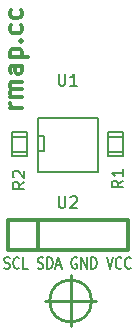
<source format=gbr>
G04 #@! TF.FileFunction,Legend,Top*
%FSLAX46Y46*%
G04 Gerber Fmt 4.6, Leading zero omitted, Abs format (unit mm)*
G04 Created by KiCad (PCBNEW 0.201601191447+6495~42~ubuntu14.04.1-product) date Wed 20 Jan 2016 18:36:10 CET*
%MOMM*%
G01*
G04 APERTURE LIST*
%ADD10C,0.200000*%
%ADD11C,0.300000*%
%ADD12C,0.150000*%
%ADD13C,0.304800*%
%ADD14C,0.254000*%
%ADD15C,0.127000*%
G04 APERTURE END LIST*
D10*
X145777619Y-91717762D02*
X145891905Y-91765381D01*
X146082381Y-91765381D01*
X146158571Y-91717762D01*
X146196667Y-91670143D01*
X146234762Y-91574905D01*
X146234762Y-91479667D01*
X146196667Y-91384429D01*
X146158571Y-91336810D01*
X146082381Y-91289190D01*
X145930000Y-91241571D01*
X145853809Y-91193952D01*
X145815714Y-91146333D01*
X145777619Y-91051095D01*
X145777619Y-90955857D01*
X145815714Y-90860619D01*
X145853809Y-90813000D01*
X145930000Y-90765381D01*
X146120476Y-90765381D01*
X146234762Y-90813000D01*
X147034762Y-91670143D02*
X146996667Y-91717762D01*
X146882381Y-91765381D01*
X146806191Y-91765381D01*
X146691905Y-91717762D01*
X146615714Y-91622524D01*
X146577619Y-91527286D01*
X146539524Y-91336810D01*
X146539524Y-91193952D01*
X146577619Y-91003476D01*
X146615714Y-90908238D01*
X146691905Y-90813000D01*
X146806191Y-90765381D01*
X146882381Y-90765381D01*
X146996667Y-90813000D01*
X147034762Y-90860619D01*
X147758572Y-91765381D02*
X147377619Y-91765381D01*
X147377619Y-90765381D01*
X148596667Y-91717762D02*
X148710953Y-91765381D01*
X148901429Y-91765381D01*
X148977619Y-91717762D01*
X149015715Y-91670143D01*
X149053810Y-91574905D01*
X149053810Y-91479667D01*
X149015715Y-91384429D01*
X148977619Y-91336810D01*
X148901429Y-91289190D01*
X148749048Y-91241571D01*
X148672857Y-91193952D01*
X148634762Y-91146333D01*
X148596667Y-91051095D01*
X148596667Y-90955857D01*
X148634762Y-90860619D01*
X148672857Y-90813000D01*
X148749048Y-90765381D01*
X148939524Y-90765381D01*
X149053810Y-90813000D01*
X149396667Y-91765381D02*
X149396667Y-90765381D01*
X149587143Y-90765381D01*
X149701429Y-90813000D01*
X149777620Y-90908238D01*
X149815715Y-91003476D01*
X149853810Y-91193952D01*
X149853810Y-91336810D01*
X149815715Y-91527286D01*
X149777620Y-91622524D01*
X149701429Y-91717762D01*
X149587143Y-91765381D01*
X149396667Y-91765381D01*
X150158572Y-91479667D02*
X150539524Y-91479667D01*
X150082381Y-91765381D02*
X150349048Y-90765381D01*
X150615715Y-91765381D01*
X151910953Y-90813000D02*
X151834762Y-90765381D01*
X151720477Y-90765381D01*
X151606191Y-90813000D01*
X151530000Y-90908238D01*
X151491905Y-91003476D01*
X151453810Y-91193952D01*
X151453810Y-91336810D01*
X151491905Y-91527286D01*
X151530000Y-91622524D01*
X151606191Y-91717762D01*
X151720477Y-91765381D01*
X151796667Y-91765381D01*
X151910953Y-91717762D01*
X151949048Y-91670143D01*
X151949048Y-91336810D01*
X151796667Y-91336810D01*
X152291905Y-91765381D02*
X152291905Y-90765381D01*
X152749048Y-91765381D01*
X152749048Y-90765381D01*
X153130000Y-91765381D02*
X153130000Y-90765381D01*
X153320476Y-90765381D01*
X153434762Y-90813000D01*
X153510953Y-90908238D01*
X153549048Y-91003476D01*
X153587143Y-91193952D01*
X153587143Y-91336810D01*
X153549048Y-91527286D01*
X153510953Y-91622524D01*
X153434762Y-91717762D01*
X153320476Y-91765381D01*
X153130000Y-91765381D01*
X154425238Y-90765381D02*
X154691905Y-91765381D01*
X154958572Y-90765381D01*
X155682381Y-91670143D02*
X155644286Y-91717762D01*
X155530000Y-91765381D01*
X155453810Y-91765381D01*
X155339524Y-91717762D01*
X155263333Y-91622524D01*
X155225238Y-91527286D01*
X155187143Y-91336810D01*
X155187143Y-91193952D01*
X155225238Y-91003476D01*
X155263333Y-90908238D01*
X155339524Y-90813000D01*
X155453810Y-90765381D01*
X155530000Y-90765381D01*
X155644286Y-90813000D01*
X155682381Y-90860619D01*
X156482381Y-91670143D02*
X156444286Y-91717762D01*
X156330000Y-91765381D01*
X156253810Y-91765381D01*
X156139524Y-91717762D01*
X156063333Y-91622524D01*
X156025238Y-91527286D01*
X155987143Y-91336810D01*
X155987143Y-91193952D01*
X156025238Y-91003476D01*
X156063333Y-90908238D01*
X156139524Y-90813000D01*
X156253810Y-90765381D01*
X156330000Y-90765381D01*
X156444286Y-90813000D01*
X156482381Y-90860619D01*
D11*
X147236571Y-78122742D02*
X146236571Y-78122742D01*
X146522286Y-78122742D02*
X146379429Y-78051314D01*
X146308000Y-77979885D01*
X146236571Y-77837028D01*
X146236571Y-77694171D01*
X147236571Y-77194171D02*
X146236571Y-77194171D01*
X146379429Y-77194171D02*
X146308000Y-77122743D01*
X146236571Y-76979885D01*
X146236571Y-76765600D01*
X146308000Y-76622743D01*
X146450857Y-76551314D01*
X147236571Y-76551314D01*
X146450857Y-76551314D02*
X146308000Y-76479885D01*
X146236571Y-76337028D01*
X146236571Y-76122743D01*
X146308000Y-75979885D01*
X146450857Y-75908457D01*
X147236571Y-75908457D01*
X147236571Y-74551314D02*
X146450857Y-74551314D01*
X146308000Y-74622743D01*
X146236571Y-74765600D01*
X146236571Y-75051314D01*
X146308000Y-75194171D01*
X147165143Y-74551314D02*
X147236571Y-74694171D01*
X147236571Y-75051314D01*
X147165143Y-75194171D01*
X147022286Y-75265600D01*
X146879429Y-75265600D01*
X146736571Y-75194171D01*
X146665143Y-75051314D01*
X146665143Y-74694171D01*
X146593714Y-74551314D01*
X146236571Y-73837028D02*
X147736571Y-73837028D01*
X146308000Y-73837028D02*
X146236571Y-73694171D01*
X146236571Y-73408457D01*
X146308000Y-73265600D01*
X146379429Y-73194171D01*
X146522286Y-73122742D01*
X146950857Y-73122742D01*
X147093714Y-73194171D01*
X147165143Y-73265600D01*
X147236571Y-73408457D01*
X147236571Y-73694171D01*
X147165143Y-73837028D01*
X147093714Y-72479885D02*
X147165143Y-72408457D01*
X147236571Y-72479885D01*
X147165143Y-72551314D01*
X147093714Y-72479885D01*
X147236571Y-72479885D01*
X147165143Y-71122742D02*
X147236571Y-71265599D01*
X147236571Y-71551313D01*
X147165143Y-71694171D01*
X147093714Y-71765599D01*
X146950857Y-71837028D01*
X146522286Y-71837028D01*
X146379429Y-71765599D01*
X146308000Y-71694171D01*
X146236571Y-71551313D01*
X146236571Y-71265599D01*
X146308000Y-71122742D01*
X147165143Y-69837028D02*
X147236571Y-69979885D01*
X147236571Y-70265599D01*
X147165143Y-70408457D01*
X147093714Y-70479885D01*
X146950857Y-70551314D01*
X146522286Y-70551314D01*
X146379429Y-70479885D01*
X146308000Y-70408457D01*
X146236571Y-70265599D01*
X146236571Y-69979885D01*
X146308000Y-69837028D01*
D12*
X148590000Y-78994000D02*
X153670000Y-78994000D01*
X153670000Y-78994000D02*
X153670000Y-83566000D01*
X153670000Y-83566000D02*
X148590000Y-83566000D01*
X148590000Y-83566000D02*
X148590000Y-78994000D01*
X148590000Y-80518000D02*
X149098000Y-80518000D01*
X149098000Y-80518000D02*
X149098000Y-81788000D01*
X149098000Y-81788000D02*
X148590000Y-81788000D01*
D13*
X148590000Y-87630000D02*
X148590000Y-90170000D01*
X156210000Y-90170000D02*
X146050000Y-90170000D01*
X146050000Y-87630000D02*
X156210000Y-87630000D01*
X146050000Y-90170000D02*
X146050000Y-87630000D01*
X156210000Y-87630000D02*
X156210000Y-90170000D01*
D14*
X151384000Y-92329000D02*
X151384000Y-96647000D01*
X149225000Y-94488000D02*
X153543000Y-94488000D01*
X153162000Y-94488000D02*
G75*
G03X153162000Y-94488000I-1778000J0D01*
G01*
D15*
X155829000Y-81851500D02*
X154559000Y-81851500D01*
X155829000Y-80581500D02*
X154584400Y-80581500D01*
X155829000Y-80200500D02*
X155829000Y-82232500D01*
X155829000Y-82232500D02*
X154559000Y-82232500D01*
X154559000Y-82232500D02*
X154559000Y-80200500D01*
X154559000Y-80200500D02*
X155829000Y-80200500D01*
X147701000Y-81851500D02*
X146431000Y-81851500D01*
X147701000Y-80581500D02*
X146456400Y-80581500D01*
X147701000Y-80200500D02*
X147701000Y-82232500D01*
X147701000Y-82232500D02*
X146431000Y-82232500D01*
X146431000Y-82232500D02*
X146431000Y-80200500D01*
X146431000Y-80200500D02*
X147701000Y-80200500D01*
D12*
X150368095Y-85609181D02*
X150368095Y-86418705D01*
X150415714Y-86513943D01*
X150463333Y-86561562D01*
X150558571Y-86609181D01*
X150749048Y-86609181D01*
X150844286Y-86561562D01*
X150891905Y-86513943D01*
X150939524Y-86418705D01*
X150939524Y-85609181D01*
X151368095Y-85704419D02*
X151415714Y-85656800D01*
X151510952Y-85609181D01*
X151749048Y-85609181D01*
X151844286Y-85656800D01*
X151891905Y-85704419D01*
X151939524Y-85799657D01*
X151939524Y-85894895D01*
X151891905Y-86037752D01*
X151320476Y-86609181D01*
X151939524Y-86609181D01*
X150368095Y-75245981D02*
X150368095Y-76055505D01*
X150415714Y-76150743D01*
X150463333Y-76198362D01*
X150558571Y-76245981D01*
X150749048Y-76245981D01*
X150844286Y-76198362D01*
X150891905Y-76150743D01*
X150939524Y-76055505D01*
X150939524Y-75245981D01*
X151939524Y-76245981D02*
X151368095Y-76245981D01*
X151653809Y-76245981D02*
X151653809Y-75245981D01*
X151558571Y-75388838D01*
X151463333Y-75484076D01*
X151368095Y-75531695D01*
D10*
X155849581Y-84291466D02*
X155373390Y-84624800D01*
X155849581Y-84862895D02*
X154849581Y-84862895D01*
X154849581Y-84481942D01*
X154897200Y-84386704D01*
X154944819Y-84339085D01*
X155040057Y-84291466D01*
X155182914Y-84291466D01*
X155278152Y-84339085D01*
X155325771Y-84386704D01*
X155373390Y-84481942D01*
X155373390Y-84862895D01*
X155849581Y-83339085D02*
X155849581Y-83910514D01*
X155849581Y-83624800D02*
X154849581Y-83624800D01*
X154992438Y-83720038D01*
X155087676Y-83815276D01*
X155135295Y-83910514D01*
X147467581Y-84393066D02*
X146991390Y-84726400D01*
X147467581Y-84964495D02*
X146467581Y-84964495D01*
X146467581Y-84583542D01*
X146515200Y-84488304D01*
X146562819Y-84440685D01*
X146658057Y-84393066D01*
X146800914Y-84393066D01*
X146896152Y-84440685D01*
X146943771Y-84488304D01*
X146991390Y-84583542D01*
X146991390Y-84964495D01*
X146562819Y-84012114D02*
X146515200Y-83964495D01*
X146467581Y-83869257D01*
X146467581Y-83631161D01*
X146515200Y-83535923D01*
X146562819Y-83488304D01*
X146658057Y-83440685D01*
X146753295Y-83440685D01*
X146896152Y-83488304D01*
X147467581Y-84059733D01*
X147467581Y-83440685D01*
M02*

</source>
